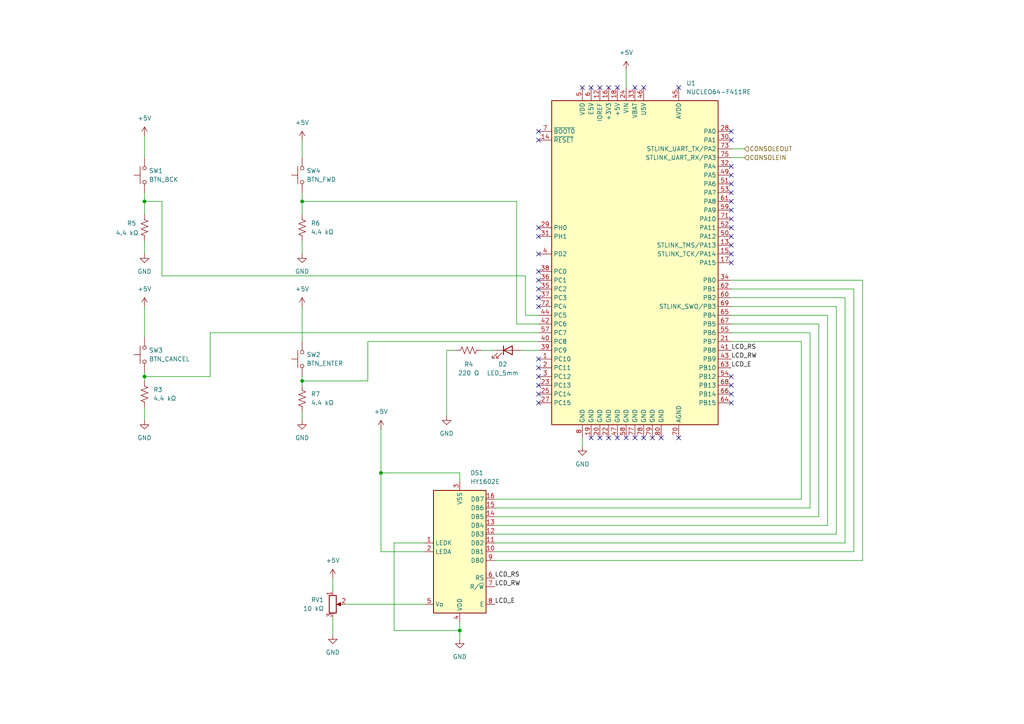
<source format=kicad_sch>
(kicad_sch (version 20231120) (generator "eeschema") (generator_version "8.0")
  (paper "A4")
  (title_block (title "Console Module") (date "2024-10-28") (rev "3") (company "ECE 198, Section 3, Group 38"))
  (lib_symbols
    (symbol "Device:LED" (pin_numbers hide) (pin_names (offset 1.016) hide)
      (property "Reference" "D" (at 0 2.54 0))
      (property "Value" "LED" (at 0 -2.54 0))
      (symbol "LED_0_1"
        (polyline (pts (xy -1.27 -1.27) (xy -1.27 1.27)) (stroke (width 0.254)))
        (polyline (pts (xy -1.27 0) (xy 1.27 0)))
        (polyline (pts (xy 1.27 -1.27) (xy 1.27 1.27) (xy -1.27 0) (xy 1.27 -1.27)) (stroke (width 0.254)))
        (polyline (pts (xy -3.048 -0.762) (xy -4.572 -2.286) (xy -3.81 -2.286) (xy -4.572 -2.286) (xy -4.572 -1.524)))
        (polyline (pts (xy -1.778 -0.762) (xy -3.302 -2.286) (xy -2.54 -2.286) (xy -3.302 -2.286) (xy -3.302 -1.524)))
      )
      (symbol "LED_1_1"
        (pin passive line (at -3.81 0 0) (length 2.54) (name "K") (number "1"))
        (pin passive line (at 3.81 0 180) (length 2.54) (name "A") (number "2"))
      )
    )
    (symbol "Device:R_Potentiometer" (pin_names (offset 1.016) hide)
      (property "Reference" "RV" (at -4.445 0 90))
      (property "Value" "R_Potentiometer" (at -2.54 0 90))
      (symbol "R_Potentiometer_0_1"
        (polyline (pts (xy 2.54 0) (xy 1.524 0)))
        (polyline (pts (xy 1.143 0) (xy 2.286 0.508) (xy 2.286 -0.508) (xy 1.143 0)) (fill (type outline)))
        (rectangle (start 1.016 2.54) (end -1.016 -2.54) (stroke (width 0.254)))
      )
      (symbol "R_Potentiometer_1_1"
        (pin passive line (at 0 3.81 270) (length 1.27) (name "1") (number "1"))
        (pin passive line (at 3.81 0 180) (length 1.27) (name "2") (number "2"))
        (pin passive line (at 0 -3.81 90) (length 1.27) (name "3") (number "3"))
      )
    )
    (symbol "Device:R_US" (pin_numbers hide) (pin_names (offset 0))
      (property "Reference" "R" (at 2.54 0 90))
      (property "Value" "R_US" (at -2.54 0 90))
      (symbol "R_US_0_1"
        (polyline (pts (xy 0 -2.286) (xy 0 -2.54)))
        (polyline (pts (xy 0 2.286) (xy 0 2.54)))
        (polyline (pts (xy 0 -0.762) (xy 1.016 -1.143) (xy 0 -1.524) (xy -1.016 -1.905) (xy 0 -2.286)))
        (polyline (pts (xy 0 0.762) (xy 1.016 0.381) (xy 0 0) (xy -1.016 -0.381) (xy 0 -0.762)))
        (polyline (pts (xy 0 2.286) (xy 1.016 1.905) (xy 0 1.524) (xy -1.016 1.143) (xy 0 0.762)))
      )
      (symbol "R_US_1_1"
        (pin passive line (at 0 3.81 270) (length 1.27) (name "~") (number "1"))
        (pin passive line (at 0 -3.81 90) (length 1.27) (name "~") (number "2"))
      )
    )
    (symbol "Display_Character:HY1602E"
      (property "Reference" "DS" (at -6.096 19.05 0))
      (property "Value" "HY1602E" (at 5.08 19.05 0))
      (symbol "HY1602E_0_1"
        (rectangle (start -7.62 17.78) (end 7.62 -17.78) (stroke (width 0.254)) (fill (type background)))
      )
      (symbol "HY1602E_1_1"
        (pin passive line (at 10.16 -2.54 180) (length 2.54) (name "LEDK") (number "1"))
        (pin bidirectional line (at -10.16 0 0) (length 2.54) (name "DB1") (number "10"))
        (pin bidirectional line (at -10.16 -2.54 0) (length 2.54) (name "DB2") (number "11"))
        (pin bidirectional line (at -10.16 -5.08 0) (length 2.54) (name "DB3") (number "12"))
        (pin bidirectional line (at -10.16 -7.62 0) (length 2.54) (name "DB4") (number "13"))
        (pin bidirectional line (at -10.16 -10.16 0) (length 2.54) (name "DB5") (number "14"))
        (pin bidirectional line (at -10.16 -12.7 0) (length 2.54) (name "DB6") (number "15"))
        (pin bidirectional line (at -10.16 -15.24 0) (length 2.54) (name "DB7") (number "16"))
        (pin passive line (at 10.16 0 180) (length 2.54) (name "LEDA") (number "2"))
        (pin power_in line (at 0 -20.32 90) (length 2.54) (name "VSS") (number "3"))
        (pin power_in line (at 0 20.32 270) (length 2.54) (name "VDD") (number "4"))
        (pin input line (at 10.16 15.24 180) (length 2.54) (name "Vo") (number "5"))
        (pin input line (at -10.16 7.62 0) (length 2.54) (name "RS") (number "6"))
        (pin input line (at -10.16 10.16 0) (length 2.54) (name "R/~{W}") (number "7"))
        (pin input line (at -10.16 15.24 0) (length 2.54) (name "E") (number "8"))
        (pin bidirectional line (at -10.16 2.54 0) (length 2.54) (name "DB0") (number "9"))
      )
    )
    (symbol "MCU_Module:NUCLEO64-F411RE"
      (property "Reference" "U" (at -17.78 50.165 0))
      (property "Value" "NUCLEO64-F411RE" (at -17.78 48.26 0))
      (symbol "NUCLEO64-F411RE_0_1"
        (rectangle (start -24.13 -46.99) (end 24.13 46.99) (stroke (width 0.254)) (fill (type background)))
      )
      (symbol "NUCLEO64-F411RE_1_1"
        (pin bidirectional line (at -27.94 -27.94 0) (length 3.81) (name "PC10") (number "1"))
        (pin no_connect line (at -24.13 20.32 0) (length 3.81) hide (name "NC") (number "10"))
        (pin no_connect line (at -24.13 15.24 0) (length 3.81) hide (name "NC") (number "11"))
        (pin power_in line (at -10.16 50.8 270) (length 3.81) (name "IOREF") (number "12"))
        (pin bidirectional line (at 27.94 5.08 180) (length 3.81) (name "STLINK_TMS/PA13") (number "13"))
        (pin input line (at -27.94 35.56 0) (length 3.81) (name "~{RESET}") (number "14"))
        (pin bidirectional line (at 27.94 2.54 180) (length 3.81) (name "STLINK_TCK/PA14") (number "15"))
        (pin power_in line (at -7.62 50.8 270) (length 3.81) (name "+3V3") (number "16"))
        (pin bidirectional line (at 27.94 0 180) (length 3.81) (name "PA15") (number "17"))
        (pin power_in line (at -5.08 50.8 270) (length 3.81) (name "+5V") (number "18"))
        (pin power_in line (at -12.7 -50.8 90) (length 3.81) (name "GND") (number "19"))
        (pin bidirectional line (at -27.94 -30.48 0) (length 3.81) (name "PC11") (number "2"))
        (pin power_in line (at -10.16 -50.8 90) (length 3.81) (name "GND") (number "20"))
        (pin bidirectional line (at 27.94 -22.86 180) (length 3.81) (name "PB7") (number "21"))
        (pin power_in line (at -7.62 -50.8 90) (length 3.81) (name "GND") (number "22"))
        (pin bidirectional line (at -27.94 -35.56 0) (length 3.81) (name "PC13") (number "23"))
        (pin power_in line (at -2.54 50.8 270) (length 3.81) (name "VIN") (number "24"))
        (pin bidirectional line (at -27.94 -38.1 0) (length 3.81) (name "PC14") (number "25"))
        (pin no_connect line (at -24.13 22.86 0) (length 3.81) hide (name "NC") (number "26"))
        (pin bidirectional line (at -27.94 -40.64 0) (length 3.81) (name "PC15") (number "27"))
        (pin bidirectional line (at 27.94 38.1 180) (length 3.81) (name "PA0") (number "28"))
        (pin bidirectional line (at -27.94 10.16 0) (length 3.81) (name "PH0") (number "29"))
        (pin bidirectional line (at -27.94 -33.02 0) (length 3.81) (name "PC12") (number "3"))
        (pin bidirectional line (at 27.94 35.56 180) (length 3.81) (name "PA1") (number "30"))
        (pin bidirectional line (at -27.94 7.62 0) (length 3.81) (name "PH1") (number "31"))
        (pin bidirectional line (at 27.94 27.94 180) (length 3.81) (name "PA4") (number "32"))
        (pin power_in line (at 0 50.8 270) (length 3.81) (name "VBAT") (number "33"))
        (pin bidirectional line (at 27.94 -5.08 180) (length 3.81) (name "PB0") (number "34"))
        (pin bidirectional line (at -27.94 -7.62 0) (length 3.81) (name "PC2") (number "35"))
        (pin bidirectional line (at -27.94 -5.08 0) (length 3.81) (name "PC1") (number "36"))
        (pin bidirectional line (at -27.94 -10.16 0) (length 3.81) (name "PC3") (number "37"))
        (pin bidirectional line (at -27.94 -2.54 0) (length 3.81) (name "PC0") (number "38"))
        (pin bidirectional line (at -27.94 -25.4 0) (length 3.81) (name "PC9") (number "39"))
        (pin bidirectional line (at -27.94 2.54 0) (length 3.81) (name "PD2") (number "4"))
        (pin bidirectional line (at -27.94 -22.86 0) (length 3.81) (name "PC8") (number "40"))
        (pin bidirectional line (at 27.94 -25.4 180) (length 3.81) (name "PB8") (number "41"))
        (pin bidirectional line (at -27.94 -17.78 0) (length 3.81) (name "PC6") (number "42"))
        (pin bidirectional line (at 27.94 -27.94 180) (length 3.81) (name "PB9") (number "43"))
        (pin bidirectional line (at -27.94 -15.24 0) (length 3.81) (name "PC5") (number "44"))
        (pin power_in line (at 12.7 50.8 270) (length 3.81) (name "AVDD") (number "45"))
        (pin power_in line (at 2.54 50.8 270) (length 3.81) (name "U5V") (number "46"))
        (pin power_in line (at -5.08 -50.8 90) (length 3.81) (name "GND") (number "47"))
        (pin no_connect line (at -24.13 25.4 0) (length 3.81) hide (name "NC") (number "48"))
        (pin bidirectional line (at 27.94 25.4 180) (length 3.81) (name "PA5") (number "49"))
        (pin power_in line (at -15.24 50.8 270) (length 3.81) (name "VDD") (number "5"))
        (pin bidirectional line (at 27.94 7.62 180) (length 3.81) (name "PA12") (number "50"))
        (pin bidirectional line (at 27.94 22.86 180) (length 3.81) (name "PA6") (number "51"))
        (pin bidirectional line (at 27.94 10.16 180) (length 3.81) (name "PA11") (number "52"))
        (pin bidirectional line (at 27.94 20.32 180) (length 3.81) (name "PA7") (number "53"))
        (pin bidirectional line (at 27.94 -33.02 180) (length 3.81) (name "PB12") (number "54"))
        (pin bidirectional line (at 27.94 -20.32 180) (length 3.81) (name "PB6") (number "55"))
        (pin no_connect line (at -24.13 33.02 0) (length 3.81) hide (name "NC") (number "56"))
        (pin bidirectional line (at -27.94 -20.32 0) (length 3.81) (name "PC7") (number "57"))
        (pin power_in line (at -2.54 -50.8 90) (length 3.81) (name "GND") (number "58"))
        (pin bidirectional line (at 27.94 15.24 180) (length 3.81) (name "PA9") (number "59"))
        (pin power_in line (at -12.7 50.8 270) (length 3.81) (name "E5V") (number "6"))
        (pin bidirectional line (at 27.94 -10.16 180) (length 3.81) (name "PB2") (number "60"))
        (pin bidirectional line (at 27.94 17.78 180) (length 3.81) (name "PA8") (number "61"))
        (pin bidirectional line (at 27.94 -7.62 180) (length 3.81) (name "PB1") (number "62"))
        (pin bidirectional line (at 27.94 -30.48 180) (length 3.81) (name "PB10") (number "63"))
        (pin bidirectional line (at 27.94 -40.64 180) (length 3.81) (name "PB15") (number "64"))
        (pin bidirectional line (at 27.94 -15.24 180) (length 3.81) (name "PB4") (number "65"))
        (pin bidirectional line (at 27.94 -38.1 180) (length 3.81) (name "PB14") (number "66"))
        (pin bidirectional line (at 27.94 -17.78 180) (length 3.81) (name "PB5") (number "67"))
        (pin bidirectional line (at 27.94 -35.56 180) (length 3.81) (name "PB13") (number "68"))
        (pin bidirectional line (at 27.94 -12.7 180) (length 3.81) (name "STLINK_SWO/PB3") (number "69"))
        (pin input line (at -27.94 38.1 0) (length 3.81) (name "~{BOOT0}") (number "7"))
        (pin power_in line (at 12.7 -50.8 90) (length 3.81) (name "AGND") (number "70"))
        (pin bidirectional line (at 27.94 12.7 180) (length 3.81) (name "PA10") (number "71"))
        (pin bidirectional line (at -27.94 -12.7 0) (length 3.81) (name "PC4") (number "72"))
        (pin bidirectional line (at 27.94 33.02 180) (length 3.81) (name "STLINK_UART_TX/PA2") (number "73"))
        (pin no_connect line (at -24.13 30.48 0) (length 3.81) hide (name "NC") (number "74"))
        (pin bidirectional line (at 27.94 30.48 180) (length 3.81) (name "STLINK_UART_RX/PA3") (number "75"))
        (pin no_connect line (at -24.13 27.94 0) (length 3.81) hide (name "NC") (number "76"))
        (pin power_in line (at 0 -50.8 90) (length 3.81) (name "GND") (number "77"))
        (pin power_in line (at 2.54 -50.8 90) (length 3.81) (name "GND") (number "78"))
        (pin power_in line (at 5.08 -50.8 90) (length 3.81) (name "GND") (number "79"))
        (pin power_in line (at -15.24 -50.8 90) (length 3.81) (name "GND") (number "8"))
        (pin power_in line (at 7.62 -50.8 90) (length 3.81) (name "GND") (number "80"))
        (pin no_connect line (at -24.13 17.78 0) (length 3.81) hide (name "NC") (number "9"))
      )
    )
    (symbol "Switch:SW_Push" (pin_numbers hide) (pin_names (offset 1.016) hide)
      (property "Reference" "SW" (at 1.27 2.54 0))
      (property "Value" "SW_Push" (at 0 -1.524 0))
      (symbol "SW_Push_0_1"
        (circle (center -2.032 0) (radius 0.508))
        (polyline (pts (xy 0 1.27) (xy 0 3.048)))
        (polyline (pts (xy 2.54 1.27) (xy -2.54 1.27)))
        (circle (center 2.032 0) (radius 0.508))
        (pin passive line (at -5.08 0 0) (length 2.54) (name "1") (number "1"))
        (pin passive line (at 5.08 0 180) (length 2.54) (name "2") (number "2"))
      )
    )
    (symbol "power:+5V" (power) (pin_numbers hide) (pin_names (offset 0) hide)
      (property "Value" "+5V" (at 0 3.556 0))
      (symbol "+5V_0_1"
        (polyline (pts (xy -0.762 1.27) (xy 0 2.54)))
        (polyline (pts (xy 0 0) (xy 0 2.54)))
        (polyline (pts (xy 0 2.54) (xy 0.762 1.27)))
      )
      (symbol "+5V_1_1"
        (pin power_in line (at 0 0 90) (length 0) (name "~") (number "1"))
      )
    )
    (symbol "power:GND" (power) (pin_numbers hide) (pin_names (offset 0) hide)
      (property "Value" "GND" (at 0 -3.81 0))
      (symbol "GND_0_1"
        (polyline (pts (xy 0 0) (xy 0 -1.27) (xy 1.27 -1.27) (xy 0 -2.54) (xy -1.27 -1.27) (xy 0 -1.27)))
      )
      (symbol "GND_1_1"
        (pin power_in line (at 0 0 270) (length 0) (name "~") (number "1"))
      )
    )
  )
  (junction (at 41.91 58.42))
  (junction (at 41.91 109.22))
  (junction (at 110.49 137.16))
  (junction (at 133.35 182.88))
  (junction (at 87.63 58.42))
  (junction (at 87.63 110.49))
  (no_connect (at 212.09 73.66))
  (no_connect (at 156.21 73.66))
  (no_connect (at 156.21 88.9))
  (no_connect (at 212.09 60.96))
  (no_connect (at 189.23 127))
  (no_connect (at 184.15 127))
  (no_connect (at 176.53 127))
  (no_connect (at 212.09 116.84))
  (no_connect (at 212.09 109.22))
  (no_connect (at 171.45 25.4))
  (no_connect (at 156.21 116.84))
  (no_connect (at 156.21 109.22))
  (no_connect (at 212.09 38.1))
  (no_connect (at 196.85 25.4))
  (no_connect (at 156.21 86.36))
  (no_connect (at 186.69 25.4))
  (no_connect (at 212.09 111.76))
  (no_connect (at 212.09 50.8))
  (no_connect (at 191.77 127))
  (no_connect (at 212.09 76.2))
  (no_connect (at 212.09 114.3))
  (no_connect (at 212.09 53.34))
  (no_connect (at 156.21 114.3))
  (no_connect (at 156.21 104.14))
  (no_connect (at 212.09 63.5))
  (no_connect (at 212.09 66.04))
  (no_connect (at 212.09 71.12))
  (no_connect (at 196.85 127))
  (no_connect (at 212.09 55.88))
  (no_connect (at 171.45 127))
  (no_connect (at 173.99 127))
  (no_connect (at 186.69 127))
  (no_connect (at 184.15 25.4))
  (no_connect (at 179.07 25.4))
  (no_connect (at 156.21 83.82))
  (no_connect (at 156.21 111.76))
  (no_connect (at 212.09 48.26))
  (no_connect (at 168.91 25.4))
  (no_connect (at 156.21 106.68))
  (no_connect (at 212.09 68.58))
  (no_connect (at 181.61 127))
  (no_connect (at 179.07 127))
  (no_connect (at 156.21 66.04))
  (no_connect (at 156.21 38.1))
  (no_connect (at 156.21 81.28))
  (no_connect (at 173.99 25.4))
  (no_connect (at 156.21 68.58))
  (no_connect (at 156.21 78.74))
  (no_connect (at 176.53 25.4))
  (no_connect (at 212.09 58.42))
  (no_connect (at 156.21 40.64))
  (no_connect (at 212.09 40.64))
  (wire (pts (xy 41.91 39.37) (xy 41.91 45.72)))
  (wire (pts (xy 212.09 45.72) (xy 215.9 45.72)))
  (wire (pts (xy 247.65 160.02) (xy 247.65 83.82)))
  (wire (pts (xy 143.51 149.86) (xy 237.49 149.86)))
  (wire (pts (xy 41.91 107.95) (xy 41.91 109.22)))
  (wire (pts (xy 110.49 124.46) (xy 110.49 137.16)))
  (wire (pts (xy 250.19 162.56) (xy 250.19 81.28)))
  (wire (pts (xy 212.09 93.98) (xy 237.49 93.98)))
  (wire (pts (xy 106.68 110.49) (xy 106.68 99.06)))
  (wire (pts (xy 212.09 88.9) (xy 242.57 88.9)))
  (wire (pts (xy 87.63 55.88) (xy 87.63 58.42)))
  (wire (pts (xy 212.09 81.28) (xy 250.19 81.28)))
  (wire (pts (xy 87.63 110.49) (xy 106.68 110.49)))
  (wire (pts (xy 152.4 91.44) (xy 156.21 91.44)))
  (wire (pts (xy 114.3 182.88) (xy 133.35 182.88)))
  (wire (pts (xy 41.91 58.42) (xy 41.91 62.23)))
  (wire (pts (xy 212.09 86.36) (xy 245.11 86.36)))
  (wire (pts (xy 212.09 91.44) (xy 240.03 91.44)))
  (wire (pts (xy 87.63 88.9) (xy 87.63 99.06)))
  (wire (pts (xy 87.63 40.64) (xy 87.63 45.72)))
  (wire (pts (xy 87.63 109.22) (xy 87.63 110.49)))
  (wire (pts (xy 106.68 99.06) (xy 156.21 99.06)))
  (wire (pts (xy 149.86 93.98) (xy 156.21 93.98)))
  (wire (pts (xy 46.99 80.01) (xy 152.4 80.01)))
  (wire (pts (xy 143.51 144.78) (xy 232.41 144.78)))
  (wire (pts (xy 46.99 58.42) (xy 41.91 58.42)))
  (wire (pts (xy 114.3 157.48) (xy 114.3 182.88)))
  (wire (pts (xy 110.49 160.02) (xy 123.19 160.02)))
  (wire (pts (xy 212.09 83.82) (xy 247.65 83.82)))
  (wire (pts (xy 96.52 179.07) (xy 96.52 184.15)))
  (wire (pts (xy 41.91 88.9) (xy 41.91 97.79)))
  (wire (pts (xy 234.95 147.32) (xy 234.95 96.52)))
  (wire (pts (xy 133.35 139.7) (xy 133.35 137.16)))
  (wire (pts (xy 143.51 152.4) (xy 240.03 152.4)))
  (wire (pts (xy 143.51 147.32) (xy 234.95 147.32)))
  (wire (pts (xy 212.09 96.52) (xy 234.95 96.52)))
  (wire (pts (xy 237.49 93.98) (xy 237.49 149.86)))
  (wire (pts (xy 212.09 99.06) (xy 232.41 99.06)))
  (wire (pts (xy 242.57 154.94) (xy 242.57 88.9)))
  (wire (pts (xy 129.54 101.6) (xy 129.54 120.65)))
  (wire (pts (xy 151.13 101.6) (xy 156.21 101.6)))
  (wire (pts (xy 87.63 119.38) (xy 87.63 121.92)))
  (wire (pts (xy 232.41 99.06) (xy 232.41 144.78)))
  (wire (pts (xy 143.51 154.94) (xy 242.57 154.94)))
  (wire (pts (xy 46.99 58.42) (xy 46.99 80.01)))
  (wire (pts (xy 139.7 101.6) (xy 143.51 101.6)))
  (wire (pts (xy 96.52 167.64) (xy 96.52 171.45)))
  (wire (pts (xy 60.96 96.52) (xy 156.21 96.52)))
  (wire (pts (xy 87.63 110.49) (xy 87.63 111.76)))
  (wire (pts (xy 133.35 182.88) (xy 133.35 185.42)))
  (wire (pts (xy 87.63 58.42) (xy 87.63 62.23)))
  (wire (pts (xy 143.51 162.56) (xy 250.19 162.56)))
  (wire (pts (xy 168.91 127) (xy 168.91 129.54)))
  (wire (pts (xy 41.91 109.22) (xy 60.96 109.22)))
  (wire (pts (xy 152.4 80.01) (xy 152.4 91.44)))
  (wire (pts (xy 129.54 101.6) (xy 132.08 101.6)))
  (wire (pts (xy 240.03 152.4) (xy 240.03 91.44)))
  (wire (pts (xy 41.91 109.22) (xy 41.91 110.49)))
  (wire (pts (xy 110.49 137.16) (xy 110.49 160.02)))
  (wire (pts (xy 87.63 69.85) (xy 87.63 73.66)))
  (wire (pts (xy 149.86 58.42) (xy 149.86 93.98)))
  (wire (pts (xy 143.51 160.02) (xy 247.65 160.02)))
  (wire (pts (xy 110.49 137.16) (xy 133.35 137.16)))
  (wire (pts (xy 212.09 43.18) (xy 215.9 43.18)))
  (wire (pts (xy 123.19 157.48) (xy 114.3 157.48)))
  (wire (pts (xy 100.33 175.26) (xy 123.19 175.26)))
  (wire (pts (xy 41.91 69.85) (xy 41.91 73.66)))
  (wire (pts (xy 143.51 157.48) (xy 245.11 157.48)))
  (wire (pts (xy 41.91 118.11) (xy 41.91 121.92)))
  (wire (pts (xy 60.96 109.22) (xy 60.96 96.52)))
  (wire (pts (xy 133.35 180.34) (xy 133.35 182.88)))
  (wire (pts (xy 87.63 58.42) (xy 149.86 58.42)))
  (wire (pts (xy 181.61 20.32) (xy 181.61 25.4)))
  (wire (pts (xy 41.91 55.88) (xy 41.91 58.42)))
  (wire (pts (xy 245.11 157.48) (xy 245.11 86.36)))
  (label "LCD_E" (at 143.51 175.26 0))
  (label "LCD_RS" (at 212.09 101.6 0))
  (label "LCD_RW" (at 212.09 104.14 0))
  (label "LCD_RS" (at 143.51 167.64 0))
  (label "LCD_E" (at 212.09 106.68 0))
  (label "LCD_RW" (at 143.51 170.18 0))
  (hierarchical_label "CONSOLEOUT" (shape input) (at 215.9 43.18 0))
  (hierarchical_label "CONSOLEIN" (shape input) (at 215.9 45.72 0))
  (symbol (lib_id "power:GND") (at 41.91 73.66 0) (unit 1)
    (property "Reference" "#PWR025" (effects (hide yes)))
    (property "Value" "GND" (at 41.91 78.74 0))
    (property "Description" "Power symbol creates a global label with name \"GND\" , ground" (effects (hide yes)))
  )
  (symbol (lib_id "power:GND") (at 87.63 121.92 0) (unit 1)
    (property "Reference" "#PWR031" (effects (hide yes)))
    (property "Value" "GND" (at 87.63 127 0))
    (property "Description" "Power symbol creates a global label with name \"GND\" , ground" (effects (hide yes)))
  )
  (symbol (lib_id "power:+5V") (at 87.63 88.9 0) (unit 1)
    (property "Reference" "#PWR030" (effects (hide yes)))
    (property "Value" "+5V" (at 87.63 83.82 0))
    (property "Description" "Power symbol creates a global label with name \"+5V\"" (effects (hide yes)))
  )
  (symbol (lib_id "power:+5V") (at 87.63 40.64 0) (unit 1)
    (property "Reference" "#PWR028" (effects (hide yes)))
    (property "Value" "+5V" (at 87.63 35.56 0))
    (property "Description" "Power symbol creates a global label with name \"+5V\"" (effects (hide yes)))
  )
  (symbol (lib_id "Device:R_US") (at 41.91 114.3 0) (unit 1)
    (property "Reference" "R3" (at 44.45 113.0299 0) (effects (justify left)))
    (property "Value" "4.4 kΩ" (at 44.45 115.5699 0) (effects (justify left)))
    (property "Datasheet" "https://www.vishay.com/docs/28766/mbxsma.pdf" (effects (hide yes)))
    (property "Description" "Resistor, US symbol" (effects (hide yes)))
  )
  (symbol (lib_id "Switch:SW_Push") (at 41.91 50.8 90) (unit 1)
    (property "Reference" "SW1" (at 43.18 49.5299 90) (effects (justify right)))
    (property "Value" "BTN_BCK" (at 43.18 52.0699 90) (effects (justify right)))
    (property "Description" "Push button switch, generic, two pins" (effects (hide yes)))
  )
  (symbol (lib_id "power:+5V") (at 181.61 20.32 0) (unit 1)
    (property "Reference" "#PWR027" (effects (hide yes)))
    (property "Value" "+5V" (at 181.61 15.24 0))
    (property "Description" "Power symbol creates a global label with name \"+5V\"" (effects (hide yes)))
  )
  (symbol (lib_id "power:GND") (at 133.35 185.42 0) (unit 1)
    (property "Reference" "#PWR024" (effects (hide yes)))
    (property "Value" "GND" (at 133.35 190.5 0))
    (property "Description" "Power symbol creates a global label with name \"GND\" , ground" (effects (hide yes)))
  )
  (symbol (lib_id "Device:LED") (at 147.32 101.6 0) (unit 1)
    (property "Reference" "D2" (at 145.796 105.664 0))
    (property "Value" "LED_5mm" (at 145.796 108.204 0))
    (property "Datasheet" "https://www.vishay.com/docs/86335/tlhg542_tlhg642.pdf" (effects (hide yes)))
    (property "Description" "Light emitting diode" (effects (hide yes)))
  )
  (symbol (lib_id "power:+5V") (at 96.52 167.64 0) (unit 1)
    (property "Reference" "#PWR019" (effects (hide yes)))
    (property "Value" "+5V" (at 96.52 162.56 0))
    (property "Description" "Power symbol creates a global label with name \"+5V\"" (effects (hide yes)))
  )
  (symbol (lib_id "Switch:SW_Push") (at 87.63 50.8 90) (unit 1)
    (property "Reference" "SW4" (at 88.9 49.5299 90) (effects (justify right)))
    (property "Value" "BTN_FWD" (at 88.9 52.0699 90) (effects (justify right)))
    (property "Description" "Push button switch, generic, two pins" (effects (hide yes)))
  )
  (symbol (lib_id "Device:R_US") (at 87.63 66.04 0) (unit 1)
    (property "Reference" "R6" (at 90.17 64.7699 0) (effects (justify left)))
    (property "Value" "4.4 kΩ" (at 90.17 67.3099 0) (effects (justify left)))
    (property "Datasheet" "https://www.vishay.com/docs/28766/mbxsma.pdf" (effects (hide yes)))
    (property "Description" "Resistor, US symbol" (effects (hide yes)))
  )
  (symbol (lib_id "power:+5V") (at 110.49 124.46 0) (unit 1)
    (property "Reference" "#PWR021" (effects (hide yes)))
    (property "Value" "+5V" (at 110.49 119.38 0))
    (property "Description" "Power symbol creates a global label with name \"+5V\"" (effects (hide yes)))
  )
  (symbol (lib_id "Device:R_US") (at 135.89 101.6 270) (unit 1)
    (property "Reference" "R4" (at 135.9535 105.664 90))
    (property "Value" "220 Ω" (at 135.9535 108.204 90))
    (property "Datasheet" "https://www.vishay.com/docs/28766/mbxsma.pdf" (effects (hide yes)))
    (property "Description" "Resistor, US symbol" (effects (hide yes)))
  )
  (symbol (lib_id "Display_Character:HY1602E") (at 133.35 160.02 180) (unit 1)
    (property "Reference" "DS1" (at 136.3665 137.16 0) (effects (justify right)))
    (property "Value" "HY1602E" (at 136.3665 139.7 0) (effects (justify right)))
    (property "Footprint" "Display:HY1602E" (effects (hide yes)))
    (property "Datasheet" "http://www.icbank.com/data/ICBShop/board/HY1602E.pdf" (effects (hide yes)))
    (property "Description" "LCD 16x2 Alphanumeric 16pin Blue/Yellow/Green Backlight, 8bit parallel, 5V VDD" (effects (hide yes)))
  )
  (symbol (lib_id "power:GND") (at 87.63 73.66 0) (unit 1)
    (property "Reference" "#PWR029" (effects (hide yes)))
    (property "Value" "GND" (at 87.63 78.74 0))
    (property "Description" "Power symbol creates a global label with name \"GND\" , ground" (effects (hide yes)))
  )
  (symbol (lib_id "power:GND") (at 168.91 129.54 0) (unit 1)
    (property "Reference" "#PWR026" (effects (hide yes)))
    (property "Value" "GND" (at 168.91 134.62 0))
    (property "Description" "Power symbol creates a global label with name \"GND\" , ground" (effects (hide yes)))
  )
  (symbol (lib_id "power:GND") (at 96.52 184.15 0) (unit 1)
    (property "Reference" "#PWR020" (effects (hide yes)))
    (property "Value" "GND" (at 96.52 189.23 0))
    (property "Description" "Power symbol creates a global label with name \"GND\" , ground" (effects (hide yes)))
  )
  (symbol (lib_id "power:GND") (at 41.91 121.92 0) (unit 1)
    (property "Reference" "#PWR018" (effects (hide yes)))
    (property "Value" "GND" (at 41.91 127 0))
    (property "Description" "Power symbol creates a global label with name \"GND\" , ground" (effects (hide yes)))
  )
  (symbol (lib_id "Switch:SW_Push") (at 87.63 104.14 90) (unit 1)
    (property "Reference" "SW2" (at 88.9 102.8699 90) (effects (justify right)))
    (property "Value" "BTN_ENTER" (at 88.9 105.4099 90) (effects (justify right)))
    (property "Description" "Push button switch, generic, two pins" (effects (hide yes)))
  )
  (symbol (lib_id "Switch:SW_Push") (at 41.91 102.87 90) (unit 1)
    (property "Reference" "SW3" (at 43.18 101.5999 90) (effects (justify right)))
    (property "Value" "BTN_CANCEL" (at 43.18 104.1399 90) (effects (justify right)))
    (property "Description" "Push button switch, generic, two pins" (effects (hide yes)))
  )
  (symbol (lib_id "power:+5V") (at 41.91 39.37 0) (unit 1)
    (property "Reference" "#PWR022" (effects (hide yes)))
    (property "Value" "+5V" (at 41.91 34.29 0))
    (property "Description" "Power symbol creates a global label with name \"+5V\"" (effects (hide yes)))
  )
  (symbol (lib_id "power:GND") (at 129.54 120.65 0) (unit 1)
    (property "Reference" "#PWR023" (effects (hide yes)))
    (property "Value" "GND" (at 129.54 125.73 0))
    (property "Description" "Power symbol creates a global label with name \"GND\" , ground" (effects (hide yes)))
  )
  (symbol (lib_id "MCU_Module:NUCLEO64-F411RE") (at 184.15 76.2 0) (unit 1)
    (property "Reference" "U1" (at 199.0441 24.13 0) (effects (justify left)))
    (property "Value" "NUCLEO64-F411RE" (at 199.0441 26.67 0) (effects (justify left)))
    (property "Footprint" "Module:ST_Morpho_Connector_144_STLink" (effects (hide yes)))
    (property "Datasheet" "http://www.st.com/st-web-ui/static/active/en/resource/technical/document/data_brief/DM00105918.pdf" (effects (hide yes)))
    (property "Description" "Nucleo 64 Development Board with STM32F411RET6 MCU, 128kB RAM, 512KB FLASH" (effects (hide yes)))
  )
  (symbol (lib_id "power:+5V") (at 41.91 88.9 0) (unit 1)
    (property "Reference" "#PWR017" (effects (hide yes)))
    (property "Value" "+5V" (at 41.91 83.82 0))
    (property "Description" "Power symbol creates a global label with name \"+5V\"" (effects (hide yes)))
  )
  (symbol (lib_id "Device:R_US") (at 87.63 115.57 0) (unit 1)
    (property "Reference" "R7" (at 90.17 114.2999 0) (effects (justify left)))
    (property "Value" "4.4 kΩ" (at 90.17 116.8399 0) (effects (justify left)))
    (property "Datasheet" "https://www.vishay.com/docs/28766/mbxsma.pdf" (effects (hide yes)))
    (property "Description" "Resistor, US symbol" (effects (hide yes)))
  )
  (symbol (lib_id "Device:R_Potentiometer") (at 96.52 175.26 0) (unit 1)
    (property "Reference" "RV1" (at 93.98 173.9899 0) (effects (justify right)))
    (property "Value" "10 kΩ" (at 93.98 176.5299 0) (effects (justify right)))
    (property "Datasheet" "https://www.vishay.com/docs/28766/mbxsma.pdf" (effects (hide yes)))
    (property "Description" "Potentiometer" (effects (hide yes)))
  )
  (symbol (lib_id "Device:R_US") (at 41.91 66.04 0) (unit 1)
    (property "Reference" "R5" (at 36.83 64.77 0) (effects (justify left)))
    (property "Value" "4.4 kΩ" (at 33.528 67.564 0) (effects (justify left)))
    (property "Datasheet" "https://www.vishay.com/docs/28766/mbxsma.pdf" (effects (hide yes)))
    (property "Description" "Resistor, US symbol" (effects (hide yes)))
  )
)
</source>
